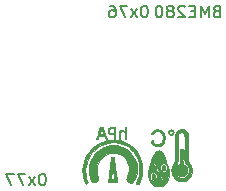
<source format=gbr>
G04 #@! TF.GenerationSoftware,KiCad,Pcbnew,(5.1.5)-3*
G04 #@! TF.CreationDate,2020-12-21T12:14:11+01:00*
G04 #@! TF.ProjectId,epimetheus_bme280_alt,6570696d-6574-4686-9575-735f626d6532,rev?*
G04 #@! TF.SameCoordinates,Original*
G04 #@! TF.FileFunction,Legend,Bot*
G04 #@! TF.FilePolarity,Positive*
%FSLAX46Y46*%
G04 Gerber Fmt 4.6, Leading zero omitted, Abs format (unit mm)*
G04 Created by KiCad (PCBNEW (5.1.5)-3) date 2020-12-21 12:14:11*
%MOMM*%
%LPD*%
G04 APERTURE LIST*
%ADD10C,0.150000*%
%ADD11C,0.010000*%
G04 APERTURE END LIST*
D10*
X165742761Y-37298380D02*
X165647523Y-37298380D01*
X165552285Y-37346000D01*
X165504666Y-37393619D01*
X165457047Y-37488857D01*
X165409428Y-37679333D01*
X165409428Y-37917428D01*
X165457047Y-38107904D01*
X165504666Y-38203142D01*
X165552285Y-38250761D01*
X165647523Y-38298380D01*
X165742761Y-38298380D01*
X165838000Y-38250761D01*
X165885619Y-38203142D01*
X165933238Y-38107904D01*
X165980857Y-37917428D01*
X165980857Y-37679333D01*
X165933238Y-37488857D01*
X165885619Y-37393619D01*
X165838000Y-37346000D01*
X165742761Y-37298380D01*
X165076095Y-38298380D02*
X164552285Y-37631714D01*
X165076095Y-37631714D02*
X164552285Y-38298380D01*
X164266571Y-37298380D02*
X163599904Y-37298380D01*
X164028476Y-38298380D01*
X163314190Y-37298380D02*
X162647523Y-37298380D01*
X163076095Y-38298380D01*
X174378761Y-23074380D02*
X174283523Y-23074380D01*
X174188285Y-23122000D01*
X174140666Y-23169619D01*
X174093047Y-23264857D01*
X174045428Y-23455333D01*
X174045428Y-23693428D01*
X174093047Y-23883904D01*
X174140666Y-23979142D01*
X174188285Y-24026761D01*
X174283523Y-24074380D01*
X174378761Y-24074380D01*
X174474000Y-24026761D01*
X174521619Y-23979142D01*
X174569238Y-23883904D01*
X174616857Y-23693428D01*
X174616857Y-23455333D01*
X174569238Y-23264857D01*
X174521619Y-23169619D01*
X174474000Y-23122000D01*
X174378761Y-23074380D01*
X173712095Y-24074380D02*
X173188285Y-23407714D01*
X173712095Y-23407714D02*
X173188285Y-24074380D01*
X172902571Y-23074380D02*
X172235904Y-23074380D01*
X172664476Y-24074380D01*
X171426380Y-23074380D02*
X171616857Y-23074380D01*
X171712095Y-23122000D01*
X171759714Y-23169619D01*
X171854952Y-23312476D01*
X171902571Y-23502952D01*
X171902571Y-23883904D01*
X171854952Y-23979142D01*
X171807333Y-24026761D01*
X171712095Y-24074380D01*
X171521619Y-24074380D01*
X171426380Y-24026761D01*
X171378761Y-23979142D01*
X171331142Y-23883904D01*
X171331142Y-23645809D01*
X171378761Y-23550571D01*
X171426380Y-23502952D01*
X171521619Y-23455333D01*
X171712095Y-23455333D01*
X171807333Y-23502952D01*
X171854952Y-23550571D01*
X171902571Y-23645809D01*
X180434952Y-23550571D02*
X180292095Y-23598190D01*
X180244476Y-23645809D01*
X180196857Y-23741047D01*
X180196857Y-23883904D01*
X180244476Y-23979142D01*
X180292095Y-24026761D01*
X180387333Y-24074380D01*
X180768285Y-24074380D01*
X180768285Y-23074380D01*
X180434952Y-23074380D01*
X180339714Y-23122000D01*
X180292095Y-23169619D01*
X180244476Y-23264857D01*
X180244476Y-23360095D01*
X180292095Y-23455333D01*
X180339714Y-23502952D01*
X180434952Y-23550571D01*
X180768285Y-23550571D01*
X179768285Y-24074380D02*
X179768285Y-23074380D01*
X179434952Y-23788666D01*
X179101619Y-23074380D01*
X179101619Y-24074380D01*
X178625428Y-23550571D02*
X178292095Y-23550571D01*
X178149238Y-24074380D02*
X178625428Y-24074380D01*
X178625428Y-23074380D01*
X178149238Y-23074380D01*
X177768285Y-23169619D02*
X177720666Y-23122000D01*
X177625428Y-23074380D01*
X177387333Y-23074380D01*
X177292095Y-23122000D01*
X177244476Y-23169619D01*
X177196857Y-23264857D01*
X177196857Y-23360095D01*
X177244476Y-23502952D01*
X177815904Y-24074380D01*
X177196857Y-24074380D01*
X176625428Y-23502952D02*
X176720666Y-23455333D01*
X176768285Y-23407714D01*
X176815904Y-23312476D01*
X176815904Y-23264857D01*
X176768285Y-23169619D01*
X176720666Y-23122000D01*
X176625428Y-23074380D01*
X176434952Y-23074380D01*
X176339714Y-23122000D01*
X176292095Y-23169619D01*
X176244476Y-23264857D01*
X176244476Y-23312476D01*
X176292095Y-23407714D01*
X176339714Y-23455333D01*
X176434952Y-23502952D01*
X176625428Y-23502952D01*
X176720666Y-23550571D01*
X176768285Y-23598190D01*
X176815904Y-23693428D01*
X176815904Y-23883904D01*
X176768285Y-23979142D01*
X176720666Y-24026761D01*
X176625428Y-24074380D01*
X176434952Y-24074380D01*
X176339714Y-24026761D01*
X176292095Y-23979142D01*
X176244476Y-23883904D01*
X176244476Y-23693428D01*
X176292095Y-23598190D01*
X176339714Y-23550571D01*
X176434952Y-23502952D01*
X175625428Y-23074380D02*
X175530190Y-23074380D01*
X175434952Y-23122000D01*
X175387333Y-23169619D01*
X175339714Y-23264857D01*
X175292095Y-23455333D01*
X175292095Y-23693428D01*
X175339714Y-23883904D01*
X175387333Y-23979142D01*
X175434952Y-24026761D01*
X175530190Y-24074380D01*
X175625428Y-24074380D01*
X175720666Y-24026761D01*
X175768285Y-23979142D01*
X175815904Y-23883904D01*
X175863523Y-23693428D01*
X175863523Y-23455333D01*
X175815904Y-23264857D01*
X175768285Y-23169619D01*
X175720666Y-23122000D01*
X175625428Y-23074380D01*
D11*
G36*
X177387278Y-35213198D02*
G01*
X177368200Y-35229799D01*
X177352297Y-35248269D01*
X177340104Y-35272136D01*
X177331132Y-35307851D01*
X177324888Y-35361867D01*
X177320884Y-35440635D01*
X177318629Y-35550607D01*
X177317631Y-35698237D01*
X177317401Y-35889974D01*
X177317400Y-35898010D01*
X177317400Y-36515420D01*
X177206925Y-36593291D01*
X177094498Y-36699343D01*
X177022829Y-36823894D01*
X176989801Y-36958851D01*
X176993301Y-37096125D01*
X177031212Y-37227623D01*
X177101421Y-37345255D01*
X177201812Y-37440930D01*
X177330270Y-37506557D01*
X177452301Y-37532030D01*
X177548653Y-37529142D01*
X177645008Y-37509409D01*
X177656359Y-37505500D01*
X177786676Y-37433094D01*
X177884212Y-37330390D01*
X177948428Y-37206347D01*
X177978782Y-37069925D01*
X177974735Y-36930084D01*
X177935746Y-36795783D01*
X177861274Y-36675984D01*
X177750781Y-36579645D01*
X177713488Y-36558185D01*
X177639676Y-36519797D01*
X177656614Y-35916675D01*
X177661804Y-35726163D01*
X177665067Y-35579716D01*
X177666043Y-35470624D01*
X177664373Y-35392176D01*
X177659697Y-35337663D01*
X177651653Y-35300373D01*
X177639883Y-35273596D01*
X177624026Y-35250622D01*
X177620633Y-35246276D01*
X177549967Y-35191999D01*
X177466981Y-35180634D01*
X177387278Y-35213198D01*
G37*
X177387278Y-35213198D02*
X177368200Y-35229799D01*
X177352297Y-35248269D01*
X177340104Y-35272136D01*
X177331132Y-35307851D01*
X177324888Y-35361867D01*
X177320884Y-35440635D01*
X177318629Y-35550607D01*
X177317631Y-35698237D01*
X177317401Y-35889974D01*
X177317400Y-35898010D01*
X177317400Y-36515420D01*
X177206925Y-36593291D01*
X177094498Y-36699343D01*
X177022829Y-36823894D01*
X176989801Y-36958851D01*
X176993301Y-37096125D01*
X177031212Y-37227623D01*
X177101421Y-37345255D01*
X177201812Y-37440930D01*
X177330270Y-37506557D01*
X177452301Y-37532030D01*
X177548653Y-37529142D01*
X177645008Y-37509409D01*
X177656359Y-37505500D01*
X177786676Y-37433094D01*
X177884212Y-37330390D01*
X177948428Y-37206347D01*
X177978782Y-37069925D01*
X177974735Y-36930084D01*
X177935746Y-36795783D01*
X177861274Y-36675984D01*
X177750781Y-36579645D01*
X177713488Y-36558185D01*
X177639676Y-36519797D01*
X177656614Y-35916675D01*
X177661804Y-35726163D01*
X177665067Y-35579716D01*
X177666043Y-35470624D01*
X177664373Y-35392176D01*
X177659697Y-35337663D01*
X177651653Y-35300373D01*
X177639883Y-35273596D01*
X177624026Y-35250622D01*
X177620633Y-35246276D01*
X177549967Y-35191999D01*
X177466981Y-35180634D01*
X177387278Y-35213198D01*
G36*
X175907637Y-36589873D02*
G01*
X175867696Y-36635651D01*
X175847912Y-36719571D01*
X175844200Y-36804600D01*
X175849212Y-36890274D01*
X175861948Y-36960990D01*
X175870494Y-36984069D01*
X175916619Y-37023499D01*
X175982054Y-37030430D01*
X176046248Y-37003852D01*
X176058286Y-36993285D01*
X176087658Y-36930917D01*
X176098170Y-36821465D01*
X176098200Y-36813815D01*
X176091213Y-36697127D01*
X176067910Y-36623029D01*
X176024785Y-36584952D01*
X175971200Y-36576000D01*
X175907637Y-36589873D01*
G37*
X175907637Y-36589873D02*
X175867696Y-36635651D01*
X175847912Y-36719571D01*
X175844200Y-36804600D01*
X175849212Y-36890274D01*
X175861948Y-36960990D01*
X175870494Y-36984069D01*
X175916619Y-37023499D01*
X175982054Y-37030430D01*
X176046248Y-37003852D01*
X176058286Y-36993285D01*
X176087658Y-36930917D01*
X176098170Y-36821465D01*
X176098200Y-36813815D01*
X176091213Y-36697127D01*
X176067910Y-36623029D01*
X176024785Y-36584952D01*
X175971200Y-36576000D01*
X175907637Y-36589873D01*
G36*
X175035334Y-37302773D02*
G01*
X174997237Y-37333650D01*
X174971430Y-37389779D01*
X174957270Y-37475612D01*
X174955624Y-37571206D01*
X174967361Y-37656623D01*
X174981494Y-37695269D01*
X175026322Y-37732251D01*
X175092879Y-37744367D01*
X175157405Y-37729373D01*
X175178721Y-37713920D01*
X175198965Y-37666537D01*
X175208811Y-37587671D01*
X175208701Y-37495468D01*
X175199077Y-37408072D01*
X175180383Y-37343632D01*
X175169286Y-37327114D01*
X175103542Y-37290549D01*
X175035334Y-37302773D01*
G37*
X175035334Y-37302773D02*
X174997237Y-37333650D01*
X174971430Y-37389779D01*
X174957270Y-37475612D01*
X174955624Y-37571206D01*
X174967361Y-37656623D01*
X174981494Y-37695269D01*
X175026322Y-37732251D01*
X175092879Y-37744367D01*
X175157405Y-37729373D01*
X175178721Y-37713920D01*
X175198965Y-37666537D01*
X175208811Y-37587671D01*
X175208701Y-37495468D01*
X175199077Y-37408072D01*
X175180383Y-37343632D01*
X175169286Y-37327114D01*
X175103542Y-37290549D01*
X175035334Y-37302773D01*
G36*
X176488186Y-33571571D02*
G01*
X176398361Y-33624908D01*
X176341388Y-33705980D01*
X176319980Y-33801727D01*
X176336854Y-33899089D01*
X176394722Y-33985005D01*
X176401047Y-33990854D01*
X176495515Y-34048321D01*
X176595585Y-34055552D01*
X176688112Y-34021806D01*
X176765629Y-33956742D01*
X176804190Y-33874941D01*
X176807816Y-33793694D01*
X176725403Y-33793694D01*
X176713816Y-33866191D01*
X176666339Y-33929711D01*
X176631179Y-33952535D01*
X176575889Y-33977869D01*
X176538575Y-33978785D01*
X176495323Y-33952320D01*
X176469926Y-33932556D01*
X176415618Y-33864512D01*
X176403782Y-33790088D01*
X176429789Y-33721937D01*
X176489011Y-33672711D01*
X176571452Y-33655000D01*
X176651558Y-33674832D01*
X176703762Y-33725486D01*
X176725403Y-33793694D01*
X176807816Y-33793694D01*
X176808151Y-33786211D01*
X176781868Y-33700362D01*
X176729697Y-33627203D01*
X176655992Y-33576544D01*
X176565111Y-33558193D01*
X176488186Y-33571571D01*
G37*
X176488186Y-33571571D02*
X176398361Y-33624908D01*
X176341388Y-33705980D01*
X176319980Y-33801727D01*
X176336854Y-33899089D01*
X176394722Y-33985005D01*
X176401047Y-33990854D01*
X176495515Y-34048321D01*
X176595585Y-34055552D01*
X176688112Y-34021806D01*
X176765629Y-33956742D01*
X176804190Y-33874941D01*
X176807816Y-33793694D01*
X176725403Y-33793694D01*
X176713816Y-33866191D01*
X176666339Y-33929711D01*
X176631179Y-33952535D01*
X176575889Y-33977869D01*
X176538575Y-33978785D01*
X176495323Y-33952320D01*
X176469926Y-33932556D01*
X176415618Y-33864512D01*
X176403782Y-33790088D01*
X176429789Y-33721937D01*
X176489011Y-33672711D01*
X176571452Y-33655000D01*
X176651558Y-33674832D01*
X176703762Y-33725486D01*
X176725403Y-33793694D01*
X176807816Y-33793694D01*
X176808151Y-33786211D01*
X176781868Y-33700362D01*
X176729697Y-33627203D01*
X176655992Y-33576544D01*
X176565111Y-33558193D01*
X176488186Y-33571571D01*
G36*
X170438088Y-33852129D02*
G01*
X170383903Y-34002512D01*
X170336147Y-34136688D01*
X170297377Y-34247341D01*
X170270146Y-34327156D01*
X170257011Y-34368820D01*
X170256200Y-34372829D01*
X170277818Y-34387364D01*
X170314776Y-34391600D01*
X170351238Y-34383209D01*
X170380685Y-34350969D01*
X170411151Y-34284279D01*
X170425433Y-34245550D01*
X170477515Y-34099500D01*
X170934535Y-34084992D01*
X170990432Y-34238296D01*
X171024425Y-34323553D01*
X171053010Y-34370363D01*
X171084226Y-34389267D01*
X171107338Y-34391600D01*
X171145366Y-34388762D01*
X171156377Y-34371106D01*
X171144224Y-34324918D01*
X171134087Y-34296350D01*
X171109839Y-34229532D01*
X171074056Y-34131681D01*
X171030330Y-34012538D01*
X171016346Y-33974523D01*
X170891200Y-33974523D01*
X170867874Y-33979631D01*
X170806179Y-33983408D01*
X170718543Y-33985154D01*
X170701071Y-33985200D01*
X170510942Y-33985200D01*
X170557846Y-33864550D01*
X170594718Y-33765448D01*
X170633882Y-33653939D01*
X170649175Y-33608268D01*
X170676252Y-33538725D01*
X170700654Y-33498209D01*
X170713848Y-33493968D01*
X170728596Y-33523499D01*
X170754967Y-33587893D01*
X170788096Y-33673963D01*
X170823115Y-33768524D01*
X170855159Y-33858390D01*
X170879361Y-33930374D01*
X170890855Y-33971290D01*
X170891200Y-33974523D01*
X171016346Y-33974523D01*
X170982252Y-33881847D01*
X170933414Y-33749350D01*
X170887407Y-33624789D01*
X170847823Y-33517907D01*
X170818252Y-33438447D01*
X170802286Y-33396151D01*
X170801698Y-33394650D01*
X170760867Y-33358511D01*
X170702070Y-33350200D01*
X170619975Y-33350200D01*
X170438088Y-33852129D01*
G37*
X170438088Y-33852129D02*
X170383903Y-34002512D01*
X170336147Y-34136688D01*
X170297377Y-34247341D01*
X170270146Y-34327156D01*
X170257011Y-34368820D01*
X170256200Y-34372829D01*
X170277818Y-34387364D01*
X170314776Y-34391600D01*
X170351238Y-34383209D01*
X170380685Y-34350969D01*
X170411151Y-34284279D01*
X170425433Y-34245550D01*
X170477515Y-34099500D01*
X170934535Y-34084992D01*
X170990432Y-34238296D01*
X171024425Y-34323553D01*
X171053010Y-34370363D01*
X171084226Y-34389267D01*
X171107338Y-34391600D01*
X171145366Y-34388762D01*
X171156377Y-34371106D01*
X171144224Y-34324918D01*
X171134087Y-34296350D01*
X171109839Y-34229532D01*
X171074056Y-34131681D01*
X171030330Y-34012538D01*
X171016346Y-33974523D01*
X170891200Y-33974523D01*
X170867874Y-33979631D01*
X170806179Y-33983408D01*
X170718543Y-33985154D01*
X170701071Y-33985200D01*
X170510942Y-33985200D01*
X170557846Y-33864550D01*
X170594718Y-33765448D01*
X170633882Y-33653939D01*
X170649175Y-33608268D01*
X170676252Y-33538725D01*
X170700654Y-33498209D01*
X170713848Y-33493968D01*
X170728596Y-33523499D01*
X170754967Y-33587893D01*
X170788096Y-33673963D01*
X170823115Y-33768524D01*
X170855159Y-33858390D01*
X170879361Y-33930374D01*
X170890855Y-33971290D01*
X170891200Y-33974523D01*
X171016346Y-33974523D01*
X170982252Y-33881847D01*
X170933414Y-33749350D01*
X170887407Y-33624789D01*
X170847823Y-33517907D01*
X170818252Y-33438447D01*
X170802286Y-33396151D01*
X170801698Y-33394650D01*
X170760867Y-33358511D01*
X170702070Y-33350200D01*
X170619975Y-33350200D01*
X170438088Y-33852129D01*
G36*
X171658001Y-33355914D02*
G01*
X171492162Y-33373249D01*
X171370743Y-33405898D01*
X171288779Y-33457274D01*
X171241302Y-33530790D01*
X171223348Y-33629860D01*
X171222865Y-33655000D01*
X171241493Y-33787417D01*
X171296988Y-33885532D01*
X171390084Y-33949997D01*
X171521519Y-33981460D01*
X171596050Y-33985032D01*
X171754800Y-33985200D01*
X171754800Y-34188400D01*
X171755477Y-34289178D01*
X171759667Y-34349523D01*
X171770608Y-34379797D01*
X171791539Y-34390367D01*
X171818300Y-34391600D01*
X171881800Y-34391600D01*
X171881800Y-33883600D01*
X171754800Y-33883600D01*
X171618526Y-33883600D01*
X171512716Y-33875079D01*
X171437531Y-33846451D01*
X171415326Y-33830956D01*
X171364299Y-33761281D01*
X171346257Y-33669533D01*
X171363982Y-33574490D01*
X171374099Y-33552841D01*
X171420104Y-33511477D01*
X171501403Y-33477592D01*
X171602540Y-33456415D01*
X171672250Y-33451941D01*
X171754800Y-33451800D01*
X171754800Y-33883600D01*
X171881800Y-33883600D01*
X171881800Y-33343153D01*
X171658001Y-33355914D01*
G37*
X171658001Y-33355914D02*
X171492162Y-33373249D01*
X171370743Y-33405898D01*
X171288779Y-33457274D01*
X171241302Y-33530790D01*
X171223348Y-33629860D01*
X171222865Y-33655000D01*
X171241493Y-33787417D01*
X171296988Y-33885532D01*
X171390084Y-33949997D01*
X171521519Y-33981460D01*
X171596050Y-33985032D01*
X171754800Y-33985200D01*
X171754800Y-34188400D01*
X171755477Y-34289178D01*
X171759667Y-34349523D01*
X171770608Y-34379797D01*
X171791539Y-34390367D01*
X171818300Y-34391600D01*
X171881800Y-34391600D01*
X171881800Y-33883600D01*
X171754800Y-33883600D01*
X171618526Y-33883600D01*
X171512716Y-33875079D01*
X171437531Y-33846451D01*
X171415326Y-33830956D01*
X171364299Y-33761281D01*
X171346257Y-33669533D01*
X171363982Y-33574490D01*
X171374099Y-33552841D01*
X171420104Y-33511477D01*
X171501403Y-33477592D01*
X171602540Y-33456415D01*
X171672250Y-33451941D01*
X171754800Y-33451800D01*
X171754800Y-33883600D01*
X171881800Y-33883600D01*
X171881800Y-33343153D01*
X171658001Y-33355914D01*
G36*
X172700377Y-33327180D02*
G01*
X172681442Y-33341463D01*
X172672319Y-33378358D01*
X172669430Y-33448578D01*
X172669200Y-33514926D01*
X172669200Y-33705053D01*
X172586650Y-33654721D01*
X172501118Y-33620284D01*
X172403338Y-33606287D01*
X172313640Y-33613851D01*
X172260599Y-33636757D01*
X172220112Y-33676386D01*
X172191946Y-33728657D01*
X172174091Y-33802636D01*
X172164537Y-33907391D01*
X172161275Y-34051985D01*
X172161200Y-34085130D01*
X172161694Y-34214205D01*
X172164102Y-34300879D01*
X172169817Y-34353548D01*
X172180230Y-34380607D01*
X172196732Y-34390453D01*
X172212000Y-34391600D01*
X172235862Y-34387873D01*
X172250811Y-34370332D01*
X172258908Y-34329436D01*
X172262216Y-34255645D01*
X172262800Y-34156482D01*
X172268860Y-33977918D01*
X172288484Y-33846082D01*
X172323843Y-33758195D01*
X172377106Y-33711479D01*
X172450445Y-33703157D01*
X172546028Y-33730450D01*
X172582812Y-33746794D01*
X172669200Y-33787788D01*
X172669200Y-34391600D01*
X172796200Y-34391600D01*
X172796200Y-33324800D01*
X172732700Y-33324800D01*
X172700377Y-33327180D01*
G37*
X172700377Y-33327180D02*
X172681442Y-33341463D01*
X172672319Y-33378358D01*
X172669430Y-33448578D01*
X172669200Y-33514926D01*
X172669200Y-33705053D01*
X172586650Y-33654721D01*
X172501118Y-33620284D01*
X172403338Y-33606287D01*
X172313640Y-33613851D01*
X172260599Y-33636757D01*
X172220112Y-33676386D01*
X172191946Y-33728657D01*
X172174091Y-33802636D01*
X172164537Y-33907391D01*
X172161275Y-34051985D01*
X172161200Y-34085130D01*
X172161694Y-34214205D01*
X172164102Y-34300879D01*
X172169817Y-34353548D01*
X172180230Y-34380607D01*
X172196732Y-34390453D01*
X172212000Y-34391600D01*
X172235862Y-34387873D01*
X172250811Y-34370332D01*
X172258908Y-34329436D01*
X172262216Y-34255645D01*
X172262800Y-34156482D01*
X172268860Y-33977918D01*
X172288484Y-33846082D01*
X172323843Y-33758195D01*
X172377106Y-33711479D01*
X172450445Y-33703157D01*
X172546028Y-33730450D01*
X172582812Y-33746794D01*
X172669200Y-33787788D01*
X172669200Y-34391600D01*
X172796200Y-34391600D01*
X172796200Y-33324800D01*
X172732700Y-33324800D01*
X172700377Y-33327180D01*
G36*
X175272700Y-33581435D02*
G01*
X175131654Y-33643679D01*
X175016612Y-33742118D01*
X174955155Y-33832889D01*
X174924855Y-33899029D01*
X174925389Y-33935395D01*
X174962536Y-33956403D01*
X175009646Y-33968793D01*
X175061333Y-33972898D01*
X175085963Y-33944923D01*
X175091263Y-33927151D01*
X175118528Y-33873201D01*
X175168469Y-33810276D01*
X175184535Y-33793996D01*
X175230580Y-33754155D01*
X175275303Y-33731468D01*
X175335163Y-33721178D01*
X175426615Y-33718532D01*
X175445818Y-33718500D01*
X175589793Y-33729913D01*
X175697189Y-33767614D01*
X175777641Y-33836797D01*
X175833659Y-33927549D01*
X175865571Y-34026498D01*
X175885252Y-34155481D01*
X175891450Y-34294931D01*
X175882911Y-34425282D01*
X175869817Y-34492395D01*
X175812398Y-34616844D01*
X175719658Y-34717343D01*
X175602593Y-34786756D01*
X175472195Y-34817949D01*
X175376208Y-34812733D01*
X175274012Y-34772185D01*
X175176676Y-34697767D01*
X175101903Y-34604761D01*
X175078377Y-34555690D01*
X175052394Y-34498717D01*
X175021786Y-34479834D01*
X174982112Y-34484742D01*
X174917623Y-34503829D01*
X174894078Y-34529820D01*
X174903895Y-34578305D01*
X174918675Y-34615208D01*
X175002940Y-34755973D01*
X175120691Y-34860127D01*
X175267565Y-34924943D01*
X175439198Y-34947694D01*
X175450500Y-34947658D01*
X175546835Y-34943151D01*
X175633122Y-34933274D01*
X175674402Y-34924571D01*
X175798464Y-34862081D01*
X175903290Y-34759893D01*
X175985512Y-34626569D01*
X176041762Y-34470670D01*
X176068673Y-34300755D01*
X176062877Y-34125387D01*
X176037131Y-34002500D01*
X175966916Y-33845452D01*
X175860619Y-33718393D01*
X175725953Y-33625572D01*
X175570631Y-33571238D01*
X175402366Y-33559639D01*
X175272700Y-33581435D01*
G37*
X175272700Y-33581435D02*
X175131654Y-33643679D01*
X175016612Y-33742118D01*
X174955155Y-33832889D01*
X174924855Y-33899029D01*
X174925389Y-33935395D01*
X174962536Y-33956403D01*
X175009646Y-33968793D01*
X175061333Y-33972898D01*
X175085963Y-33944923D01*
X175091263Y-33927151D01*
X175118528Y-33873201D01*
X175168469Y-33810276D01*
X175184535Y-33793996D01*
X175230580Y-33754155D01*
X175275303Y-33731468D01*
X175335163Y-33721178D01*
X175426615Y-33718532D01*
X175445818Y-33718500D01*
X175589793Y-33729913D01*
X175697189Y-33767614D01*
X175777641Y-33836797D01*
X175833659Y-33927549D01*
X175865571Y-34026498D01*
X175885252Y-34155481D01*
X175891450Y-34294931D01*
X175882911Y-34425282D01*
X175869817Y-34492395D01*
X175812398Y-34616844D01*
X175719658Y-34717343D01*
X175602593Y-34786756D01*
X175472195Y-34817949D01*
X175376208Y-34812733D01*
X175274012Y-34772185D01*
X175176676Y-34697767D01*
X175101903Y-34604761D01*
X175078377Y-34555690D01*
X175052394Y-34498717D01*
X175021786Y-34479834D01*
X174982112Y-34484742D01*
X174917623Y-34503829D01*
X174894078Y-34529820D01*
X174903895Y-34578305D01*
X174918675Y-34615208D01*
X175002940Y-34755973D01*
X175120691Y-34860127D01*
X175267565Y-34924943D01*
X175439198Y-34947694D01*
X175450500Y-34947658D01*
X175546835Y-34943151D01*
X175633122Y-34933274D01*
X175674402Y-34924571D01*
X175798464Y-34862081D01*
X175903290Y-34759893D01*
X175985512Y-34626569D01*
X176041762Y-34470670D01*
X176068673Y-34300755D01*
X176062877Y-34125387D01*
X176037131Y-34002500D01*
X175966916Y-33845452D01*
X175860619Y-33718393D01*
X175725953Y-33625572D01*
X175570631Y-33571238D01*
X175402366Y-33559639D01*
X175272700Y-33581435D01*
G36*
X177367449Y-33546036D02*
G01*
X177229617Y-33600958D01*
X177116754Y-33685631D01*
X177078562Y-33722956D01*
X177046728Y-33756821D01*
X177020592Y-33792050D01*
X176999497Y-33833466D01*
X176982785Y-33885892D01*
X176969797Y-33954151D01*
X176959874Y-34043066D01*
X176952360Y-34157460D01*
X176946594Y-34302156D01*
X176941920Y-34481977D01*
X176937678Y-34701747D01*
X176933210Y-34966287D01*
X176931992Y-35039300D01*
X176927754Y-35275479D01*
X176923212Y-35498111D01*
X176918523Y-35701594D01*
X176913838Y-35880326D01*
X176909311Y-36028704D01*
X176905098Y-36141128D01*
X176901350Y-36211993D01*
X176899240Y-36233100D01*
X176882083Y-36286939D01*
X176846742Y-36372603D01*
X176798851Y-36477045D01*
X176758399Y-36559237D01*
X176700798Y-36676005D01*
X176663673Y-36762543D01*
X176642672Y-36832940D01*
X176633442Y-36901285D01*
X176631600Y-36969724D01*
X176653179Y-37183624D01*
X176714713Y-37386916D01*
X176811398Y-37571521D01*
X176938429Y-37729361D01*
X177091001Y-37852356D01*
X177186882Y-37903478D01*
X177312002Y-37941975D01*
X177459016Y-37961989D01*
X177606038Y-37962129D01*
X177731182Y-37941009D01*
X177739134Y-37938510D01*
X177914046Y-37855373D01*
X178065756Y-37731583D01*
X178190142Y-37573570D01*
X178283078Y-37387763D01*
X178340440Y-37180593D01*
X178357786Y-36978684D01*
X178104800Y-36978684D01*
X178104800Y-36979842D01*
X178084551Y-37171394D01*
X178026671Y-37345546D01*
X177935464Y-37494329D01*
X177815231Y-37609776D01*
X177740049Y-37655303D01*
X177599408Y-37707016D01*
X177462640Y-37714931D01*
X177339205Y-37689521D01*
X177202132Y-37623069D01*
X177083195Y-37515706D01*
X176988119Y-37375781D01*
X176922629Y-37211643D01*
X176892874Y-37038566D01*
X176889082Y-36961025D01*
X176892115Y-36899820D01*
X176905790Y-36841235D01*
X176933921Y-36771555D01*
X176980325Y-36677065D01*
X177008951Y-36621310D01*
X177063734Y-36507763D01*
X177109930Y-36398444D01*
X177141525Y-36308340D01*
X177151599Y-36265710D01*
X177155270Y-36217554D01*
X177159470Y-36124472D01*
X177164038Y-35992331D01*
X177168810Y-35827001D01*
X177173624Y-35634349D01*
X177178319Y-35420245D01*
X177182731Y-35190557D01*
X177185034Y-35056375D01*
X177203100Y-33955851D01*
X177297977Y-33868925D01*
X177399937Y-33800992D01*
X177502100Y-33781515D01*
X177599969Y-33811129D01*
X177619232Y-33823419D01*
X177649062Y-33845880D01*
X177673944Y-33870829D01*
X177694325Y-33902809D01*
X177710654Y-33946363D01*
X177723379Y-34006036D01*
X177732948Y-34086370D01*
X177739810Y-34191910D01*
X177744412Y-34327199D01*
X177747203Y-34496780D01*
X177748631Y-34705198D01*
X177749145Y-34956994D01*
X177749200Y-35140899D01*
X177749174Y-35417188D01*
X177749537Y-35647754D01*
X177750955Y-35837671D01*
X177754092Y-35992015D01*
X177759612Y-36115861D01*
X177768182Y-36214286D01*
X177780465Y-36292365D01*
X177797127Y-36355173D01*
X177818831Y-36407785D01*
X177846243Y-36455278D01*
X177880027Y-36502726D01*
X177920849Y-36555205D01*
X177937155Y-36576000D01*
X178013267Y-36676493D01*
X178062165Y-36752743D01*
X178089773Y-36819016D01*
X178102011Y-36889575D01*
X178104800Y-36978684D01*
X178357786Y-36978684D01*
X178358243Y-36973374D01*
X178349824Y-36839350D01*
X178321677Y-36721878D01*
X178268104Y-36606673D01*
X178183409Y-36479450D01*
X178137205Y-36419019D01*
X178015900Y-36264662D01*
X177990500Y-33921700D01*
X177927000Y-33809670D01*
X177867205Y-33723800D01*
X177793759Y-33643377D01*
X177769250Y-33621888D01*
X177648282Y-33555424D01*
X177510676Y-33530499D01*
X177367449Y-33546036D01*
G37*
X177367449Y-33546036D02*
X177229617Y-33600958D01*
X177116754Y-33685631D01*
X177078562Y-33722956D01*
X177046728Y-33756821D01*
X177020592Y-33792050D01*
X176999497Y-33833466D01*
X176982785Y-33885892D01*
X176969797Y-33954151D01*
X176959874Y-34043066D01*
X176952360Y-34157460D01*
X176946594Y-34302156D01*
X176941920Y-34481977D01*
X176937678Y-34701747D01*
X176933210Y-34966287D01*
X176931992Y-35039300D01*
X176927754Y-35275479D01*
X176923212Y-35498111D01*
X176918523Y-35701594D01*
X176913838Y-35880326D01*
X176909311Y-36028704D01*
X176905098Y-36141128D01*
X176901350Y-36211993D01*
X176899240Y-36233100D01*
X176882083Y-36286939D01*
X176846742Y-36372603D01*
X176798851Y-36477045D01*
X176758399Y-36559237D01*
X176700798Y-36676005D01*
X176663673Y-36762543D01*
X176642672Y-36832940D01*
X176633442Y-36901285D01*
X176631600Y-36969724D01*
X176653179Y-37183624D01*
X176714713Y-37386916D01*
X176811398Y-37571521D01*
X176938429Y-37729361D01*
X177091001Y-37852356D01*
X177186882Y-37903478D01*
X177312002Y-37941975D01*
X177459016Y-37961989D01*
X177606038Y-37962129D01*
X177731182Y-37941009D01*
X177739134Y-37938510D01*
X177914046Y-37855373D01*
X178065756Y-37731583D01*
X178190142Y-37573570D01*
X178283078Y-37387763D01*
X178340440Y-37180593D01*
X178357786Y-36978684D01*
X178104800Y-36978684D01*
X178104800Y-36979842D01*
X178084551Y-37171394D01*
X178026671Y-37345546D01*
X177935464Y-37494329D01*
X177815231Y-37609776D01*
X177740049Y-37655303D01*
X177599408Y-37707016D01*
X177462640Y-37714931D01*
X177339205Y-37689521D01*
X177202132Y-37623069D01*
X177083195Y-37515706D01*
X176988119Y-37375781D01*
X176922629Y-37211643D01*
X176892874Y-37038566D01*
X176889082Y-36961025D01*
X176892115Y-36899820D01*
X176905790Y-36841235D01*
X176933921Y-36771555D01*
X176980325Y-36677065D01*
X177008951Y-36621310D01*
X177063734Y-36507763D01*
X177109930Y-36398444D01*
X177141525Y-36308340D01*
X177151599Y-36265710D01*
X177155270Y-36217554D01*
X177159470Y-36124472D01*
X177164038Y-35992331D01*
X177168810Y-35827001D01*
X177173624Y-35634349D01*
X177178319Y-35420245D01*
X177182731Y-35190557D01*
X177185034Y-35056375D01*
X177203100Y-33955851D01*
X177297977Y-33868925D01*
X177399937Y-33800992D01*
X177502100Y-33781515D01*
X177599969Y-33811129D01*
X177619232Y-33823419D01*
X177649062Y-33845880D01*
X177673944Y-33870829D01*
X177694325Y-33902809D01*
X177710654Y-33946363D01*
X177723379Y-34006036D01*
X177732948Y-34086370D01*
X177739810Y-34191910D01*
X177744412Y-34327199D01*
X177747203Y-34496780D01*
X177748631Y-34705198D01*
X177749145Y-34956994D01*
X177749200Y-35140899D01*
X177749174Y-35417188D01*
X177749537Y-35647754D01*
X177750955Y-35837671D01*
X177754092Y-35992015D01*
X177759612Y-36115861D01*
X177768182Y-36214286D01*
X177780465Y-36292365D01*
X177797127Y-36355173D01*
X177818831Y-36407785D01*
X177846243Y-36455278D01*
X177880027Y-36502726D01*
X177920849Y-36555205D01*
X177937155Y-36576000D01*
X178013267Y-36676493D01*
X178062165Y-36752743D01*
X178089773Y-36819016D01*
X178102011Y-36889575D01*
X178104800Y-36978684D01*
X178357786Y-36978684D01*
X178358243Y-36973374D01*
X178349824Y-36839350D01*
X178321677Y-36721878D01*
X178268104Y-36606673D01*
X178183409Y-36479450D01*
X178137205Y-36419019D01*
X178015900Y-36264662D01*
X177990500Y-33921700D01*
X177927000Y-33809670D01*
X177867205Y-33723800D01*
X177793759Y-33643377D01*
X177769250Y-33621888D01*
X177648282Y-33555424D01*
X177510676Y-33530499D01*
X177367449Y-33546036D01*
G36*
X171559542Y-35871017D02*
G01*
X171528080Y-35890997D01*
X171526200Y-35900708D01*
X171523067Y-35933117D01*
X171514130Y-36010273D01*
X171500085Y-36126540D01*
X171481629Y-36276284D01*
X171459457Y-36453869D01*
X171434266Y-36653658D01*
X171406751Y-36870018D01*
X171399200Y-36929084D01*
X171371143Y-37149609D01*
X171345235Y-37355687D01*
X171322174Y-37541568D01*
X171302661Y-37701506D01*
X171287396Y-37829753D01*
X171277077Y-37920559D01*
X171272404Y-37968178D01*
X171272200Y-37972676D01*
X171274616Y-37992249D01*
X171286875Y-38006066D01*
X171316493Y-38015124D01*
X171370988Y-38020425D01*
X171457876Y-38022968D01*
X171584674Y-38023753D01*
X171656524Y-38023800D01*
X172040847Y-38023800D01*
X172028321Y-37941250D01*
X172022165Y-37898278D01*
X172009951Y-37810935D01*
X172003449Y-37764074D01*
X171796602Y-37764074D01*
X171786431Y-37784940D01*
X171749986Y-37793471D01*
X171676286Y-37795188D01*
X171652566Y-37795200D01*
X171572376Y-37791921D01*
X171517372Y-37783403D01*
X171500800Y-37773633D01*
X171503991Y-37742773D01*
X171512873Y-37669748D01*
X171526409Y-37562746D01*
X171543562Y-37429954D01*
X171563298Y-37279562D01*
X171564300Y-37271983D01*
X171584196Y-37119739D01*
X171601540Y-36983543D01*
X171615287Y-36871902D01*
X171624387Y-36793323D01*
X171627796Y-36756314D01*
X171627800Y-36755916D01*
X171634788Y-36731093D01*
X171640885Y-36733018D01*
X171648363Y-36761214D01*
X171661137Y-36831535D01*
X171677878Y-36935739D01*
X171697258Y-37065583D01*
X171716302Y-37200801D01*
X171737206Y-37351991D01*
X171756613Y-37489971D01*
X171773144Y-37605103D01*
X171785416Y-37687753D01*
X171791483Y-37725350D01*
X171796602Y-37764074D01*
X172003449Y-37764074D01*
X171992501Y-37685179D01*
X171970640Y-37526973D01*
X171945191Y-37342274D01*
X171916976Y-37137044D01*
X171886819Y-36917243D01*
X171879214Y-36861750D01*
X171742634Y-35864800D01*
X171634417Y-35864800D01*
X171559542Y-35871017D01*
G37*
X171559542Y-35871017D02*
X171528080Y-35890997D01*
X171526200Y-35900708D01*
X171523067Y-35933117D01*
X171514130Y-36010273D01*
X171500085Y-36126540D01*
X171481629Y-36276284D01*
X171459457Y-36453869D01*
X171434266Y-36653658D01*
X171406751Y-36870018D01*
X171399200Y-36929084D01*
X171371143Y-37149609D01*
X171345235Y-37355687D01*
X171322174Y-37541568D01*
X171302661Y-37701506D01*
X171287396Y-37829753D01*
X171277077Y-37920559D01*
X171272404Y-37968178D01*
X171272200Y-37972676D01*
X171274616Y-37992249D01*
X171286875Y-38006066D01*
X171316493Y-38015124D01*
X171370988Y-38020425D01*
X171457876Y-38022968D01*
X171584674Y-38023753D01*
X171656524Y-38023800D01*
X172040847Y-38023800D01*
X172028321Y-37941250D01*
X172022165Y-37898278D01*
X172009951Y-37810935D01*
X172003449Y-37764074D01*
X171796602Y-37764074D01*
X171786431Y-37784940D01*
X171749986Y-37793471D01*
X171676286Y-37795188D01*
X171652566Y-37795200D01*
X171572376Y-37791921D01*
X171517372Y-37783403D01*
X171500800Y-37773633D01*
X171503991Y-37742773D01*
X171512873Y-37669748D01*
X171526409Y-37562746D01*
X171543562Y-37429954D01*
X171563298Y-37279562D01*
X171564300Y-37271983D01*
X171584196Y-37119739D01*
X171601540Y-36983543D01*
X171615287Y-36871902D01*
X171624387Y-36793323D01*
X171627796Y-36756314D01*
X171627800Y-36755916D01*
X171634788Y-36731093D01*
X171640885Y-36733018D01*
X171648363Y-36761214D01*
X171661137Y-36831535D01*
X171677878Y-36935739D01*
X171697258Y-37065583D01*
X171716302Y-37200801D01*
X171737206Y-37351991D01*
X171756613Y-37489971D01*
X171773144Y-37605103D01*
X171785416Y-37687753D01*
X171791483Y-37725350D01*
X171796602Y-37764074D01*
X172003449Y-37764074D01*
X171992501Y-37685179D01*
X171970640Y-37526973D01*
X171945191Y-37342274D01*
X171916976Y-37137044D01*
X171886819Y-36917243D01*
X171879214Y-36861750D01*
X171742634Y-35864800D01*
X171634417Y-35864800D01*
X171559542Y-35871017D01*
G36*
X171424112Y-34906112D02*
G01*
X171262642Y-34933888D01*
X170948108Y-35035883D01*
X170659418Y-35181096D01*
X170398639Y-35367854D01*
X170167838Y-35594484D01*
X169969081Y-35859311D01*
X169840655Y-36085246D01*
X169723825Y-36374078D01*
X169651547Y-36679941D01*
X169624360Y-36994499D01*
X169642802Y-37309416D01*
X169707413Y-37616355D01*
X169735903Y-37705704D01*
X169794316Y-37842873D01*
X169862103Y-37936121D01*
X169945421Y-37992227D01*
X170014834Y-38012763D01*
X170133507Y-38017859D01*
X170236158Y-37981076D01*
X170323738Y-37910542D01*
X170380291Y-37835114D01*
X170406777Y-37746560D01*
X170403772Y-37636130D01*
X170371855Y-37495078D01*
X170354844Y-37439600D01*
X170318013Y-37274894D01*
X170300856Y-37084345D01*
X170303668Y-36888925D01*
X170326746Y-36709608D01*
X170343579Y-36640584D01*
X170441634Y-36386222D01*
X170577186Y-36159177D01*
X170745600Y-35963096D01*
X170942238Y-35801630D01*
X171162466Y-35678425D01*
X171401647Y-35597129D01*
X171655146Y-35561392D01*
X171716701Y-35560000D01*
X171969990Y-35584157D01*
X172207166Y-35654274D01*
X172423571Y-35766818D01*
X172614544Y-35918258D01*
X172775424Y-36105059D01*
X172901553Y-36323690D01*
X172972108Y-36511674D01*
X173009208Y-36691620D01*
X173023118Y-36890499D01*
X173014211Y-37090210D01*
X172982860Y-37272655D01*
X172954551Y-37363400D01*
X172900503Y-37504385D01*
X172862129Y-37606258D01*
X172837550Y-37677580D01*
X172824885Y-37726910D01*
X172822254Y-37762805D01*
X172827777Y-37793826D01*
X172839573Y-37828532D01*
X172847498Y-37850694D01*
X172909113Y-37957537D01*
X173001613Y-38032407D01*
X173113410Y-38071197D01*
X173232912Y-38069798D01*
X173344226Y-38026768D01*
X173409451Y-37966272D01*
X173472439Y-37871089D01*
X173489039Y-37838283D01*
X173609216Y-37528443D01*
X173680575Y-37212979D01*
X173703463Y-36896138D01*
X173678226Y-36582164D01*
X173605209Y-36275301D01*
X173484760Y-35979795D01*
X173317223Y-35699890D01*
X173314313Y-35695775D01*
X173141417Y-35491105D01*
X172929990Y-35305202D01*
X172691046Y-35145608D01*
X172435598Y-35019863D01*
X172220895Y-34947126D01*
X172043861Y-34912990D01*
X171839241Y-34894598D01*
X171626252Y-34892217D01*
X171424112Y-34906112D01*
G37*
X171424112Y-34906112D02*
X171262642Y-34933888D01*
X170948108Y-35035883D01*
X170659418Y-35181096D01*
X170398639Y-35367854D01*
X170167838Y-35594484D01*
X169969081Y-35859311D01*
X169840655Y-36085246D01*
X169723825Y-36374078D01*
X169651547Y-36679941D01*
X169624360Y-36994499D01*
X169642802Y-37309416D01*
X169707413Y-37616355D01*
X169735903Y-37705704D01*
X169794316Y-37842873D01*
X169862103Y-37936121D01*
X169945421Y-37992227D01*
X170014834Y-38012763D01*
X170133507Y-38017859D01*
X170236158Y-37981076D01*
X170323738Y-37910542D01*
X170380291Y-37835114D01*
X170406777Y-37746560D01*
X170403772Y-37636130D01*
X170371855Y-37495078D01*
X170354844Y-37439600D01*
X170318013Y-37274894D01*
X170300856Y-37084345D01*
X170303668Y-36888925D01*
X170326746Y-36709608D01*
X170343579Y-36640584D01*
X170441634Y-36386222D01*
X170577186Y-36159177D01*
X170745600Y-35963096D01*
X170942238Y-35801630D01*
X171162466Y-35678425D01*
X171401647Y-35597129D01*
X171655146Y-35561392D01*
X171716701Y-35560000D01*
X171969990Y-35584157D01*
X172207166Y-35654274D01*
X172423571Y-35766818D01*
X172614544Y-35918258D01*
X172775424Y-36105059D01*
X172901553Y-36323690D01*
X172972108Y-36511674D01*
X173009208Y-36691620D01*
X173023118Y-36890499D01*
X173014211Y-37090210D01*
X172982860Y-37272655D01*
X172954551Y-37363400D01*
X172900503Y-37504385D01*
X172862129Y-37606258D01*
X172837550Y-37677580D01*
X172824885Y-37726910D01*
X172822254Y-37762805D01*
X172827777Y-37793826D01*
X172839573Y-37828532D01*
X172847498Y-37850694D01*
X172909113Y-37957537D01*
X173001613Y-38032407D01*
X173113410Y-38071197D01*
X173232912Y-38069798D01*
X173344226Y-38026768D01*
X173409451Y-37966272D01*
X173472439Y-37871089D01*
X173489039Y-37838283D01*
X173609216Y-37528443D01*
X173680575Y-37212979D01*
X173703463Y-36896138D01*
X173678226Y-36582164D01*
X173605209Y-36275301D01*
X173484760Y-35979795D01*
X173317223Y-35699890D01*
X173314313Y-35695775D01*
X173141417Y-35491105D01*
X172929990Y-35305202D01*
X172691046Y-35145608D01*
X172435598Y-35019863D01*
X172220895Y-34947126D01*
X172043861Y-34912990D01*
X171839241Y-34894598D01*
X171626252Y-34892217D01*
X171424112Y-34906112D01*
G36*
X171691300Y-34431226D02*
G01*
X171527442Y-34432430D01*
X171402728Y-34435581D01*
X171305507Y-34441929D01*
X171224127Y-34452723D01*
X171146938Y-34469213D01*
X171062288Y-34492649D01*
X171030900Y-34502068D01*
X170714080Y-34615770D01*
X170431775Y-34756375D01*
X170171761Y-34930888D01*
X169945272Y-35124074D01*
X169701009Y-35386665D01*
X169495214Y-35677056D01*
X169329834Y-35989842D01*
X169206816Y-36319616D01*
X169128107Y-36660972D01*
X169095654Y-37008503D01*
X169111404Y-37356803D01*
X169119296Y-37417675D01*
X169151964Y-37612858D01*
X169190483Y-37786366D01*
X169232719Y-37930850D01*
X169276538Y-38038962D01*
X169317877Y-38101476D01*
X169366836Y-38141609D01*
X169408841Y-38144170D01*
X169463504Y-38109328D01*
X169471667Y-38102786D01*
X169530962Y-38054772D01*
X169474219Y-37893236D01*
X169402671Y-37636591D01*
X169357082Y-37356886D01*
X169338981Y-37071907D01*
X169349897Y-36799445D01*
X169368495Y-36663214D01*
X169446481Y-36354064D01*
X169567477Y-36049816D01*
X169725752Y-35760982D01*
X169915576Y-35498076D01*
X170122897Y-35279173D01*
X170389688Y-35066441D01*
X170672464Y-34898249D01*
X170966998Y-34773886D01*
X171269062Y-34692642D01*
X171574430Y-34653803D01*
X171878875Y-34656660D01*
X172178168Y-34700500D01*
X172468084Y-34784612D01*
X172744394Y-34908285D01*
X173002872Y-35070808D01*
X173239291Y-35271468D01*
X173449423Y-35509556D01*
X173629042Y-35784358D01*
X173678171Y-35877500D01*
X173785259Y-36122831D01*
X173857716Y-36366153D01*
X173898306Y-36621151D01*
X173909791Y-36901512D01*
X173907287Y-37012545D01*
X173888624Y-37272585D01*
X173851036Y-37500640D01*
X173790920Y-37713158D01*
X173709427Y-37916159D01*
X173661996Y-38028811D01*
X173639819Y-38106451D01*
X173642110Y-38157687D01*
X173668087Y-38191127D01*
X173683531Y-38200706D01*
X173759442Y-38225254D01*
X173818603Y-38204344D01*
X173849413Y-38169850D01*
X173888239Y-38099646D01*
X173934928Y-37992397D01*
X173984989Y-37860333D01*
X174033932Y-37715683D01*
X174077266Y-37570678D01*
X174096968Y-37495667D01*
X174135749Y-37276234D01*
X174153655Y-37028377D01*
X174150904Y-36769886D01*
X174127715Y-36518552D01*
X174084303Y-36292163D01*
X174082155Y-36283900D01*
X173966259Y-35937274D01*
X173809513Y-35619150D01*
X173614215Y-35331856D01*
X173382661Y-35077721D01*
X173117146Y-34859072D01*
X172819967Y-34678239D01*
X172493421Y-34537549D01*
X172300900Y-34477791D01*
X172219166Y-34458613D01*
X172131969Y-34445183D01*
X172028516Y-34436677D01*
X171898016Y-34432269D01*
X171729677Y-34431135D01*
X171691300Y-34431226D01*
G37*
X171691300Y-34431226D02*
X171527442Y-34432430D01*
X171402728Y-34435581D01*
X171305507Y-34441929D01*
X171224127Y-34452723D01*
X171146938Y-34469213D01*
X171062288Y-34492649D01*
X171030900Y-34502068D01*
X170714080Y-34615770D01*
X170431775Y-34756375D01*
X170171761Y-34930888D01*
X169945272Y-35124074D01*
X169701009Y-35386665D01*
X169495214Y-35677056D01*
X169329834Y-35989842D01*
X169206816Y-36319616D01*
X169128107Y-36660972D01*
X169095654Y-37008503D01*
X169111404Y-37356803D01*
X169119296Y-37417675D01*
X169151964Y-37612858D01*
X169190483Y-37786366D01*
X169232719Y-37930850D01*
X169276538Y-38038962D01*
X169317877Y-38101476D01*
X169366836Y-38141609D01*
X169408841Y-38144170D01*
X169463504Y-38109328D01*
X169471667Y-38102786D01*
X169530962Y-38054772D01*
X169474219Y-37893236D01*
X169402671Y-37636591D01*
X169357082Y-37356886D01*
X169338981Y-37071907D01*
X169349897Y-36799445D01*
X169368495Y-36663214D01*
X169446481Y-36354064D01*
X169567477Y-36049816D01*
X169725752Y-35760982D01*
X169915576Y-35498076D01*
X170122897Y-35279173D01*
X170389688Y-35066441D01*
X170672464Y-34898249D01*
X170966998Y-34773886D01*
X171269062Y-34692642D01*
X171574430Y-34653803D01*
X171878875Y-34656660D01*
X172178168Y-34700500D01*
X172468084Y-34784612D01*
X172744394Y-34908285D01*
X173002872Y-35070808D01*
X173239291Y-35271468D01*
X173449423Y-35509556D01*
X173629042Y-35784358D01*
X173678171Y-35877500D01*
X173785259Y-36122831D01*
X173857716Y-36366153D01*
X173898306Y-36621151D01*
X173909791Y-36901512D01*
X173907287Y-37012545D01*
X173888624Y-37272585D01*
X173851036Y-37500640D01*
X173790920Y-37713158D01*
X173709427Y-37916159D01*
X173661996Y-38028811D01*
X173639819Y-38106451D01*
X173642110Y-38157687D01*
X173668087Y-38191127D01*
X173683531Y-38200706D01*
X173759442Y-38225254D01*
X173818603Y-38204344D01*
X173849413Y-38169850D01*
X173888239Y-38099646D01*
X173934928Y-37992397D01*
X173984989Y-37860333D01*
X174033932Y-37715683D01*
X174077266Y-37570678D01*
X174096968Y-37495667D01*
X174135749Y-37276234D01*
X174153655Y-37028377D01*
X174150904Y-36769886D01*
X174127715Y-36518552D01*
X174084303Y-36292163D01*
X174082155Y-36283900D01*
X173966259Y-35937274D01*
X173809513Y-35619150D01*
X173614215Y-35331856D01*
X173382661Y-35077721D01*
X173117146Y-34859072D01*
X172819967Y-34678239D01*
X172493421Y-34537549D01*
X172300900Y-34477791D01*
X172219166Y-34458613D01*
X172131969Y-34445183D01*
X172028516Y-34436677D01*
X171898016Y-34432269D01*
X171729677Y-34431135D01*
X171691300Y-34431226D01*
G36*
X175481905Y-35355509D02*
G01*
X175437028Y-35369772D01*
X175342474Y-35408551D01*
X175277669Y-35453552D01*
X175222497Y-35520699D01*
X175197177Y-35559627D01*
X175143371Y-35659679D01*
X175080582Y-35799507D01*
X175012087Y-35969590D01*
X174941165Y-36160408D01*
X174871094Y-36362437D01*
X174805152Y-36566156D01*
X174746616Y-36762045D01*
X174698766Y-36940581D01*
X174664878Y-37092244D01*
X174659632Y-37120995D01*
X174639869Y-37252478D01*
X174632928Y-37356533D01*
X174638214Y-37454728D01*
X174648382Y-37528500D01*
X174704373Y-37746665D01*
X174795560Y-37939640D01*
X174917101Y-38103389D01*
X175064154Y-38233876D01*
X175231875Y-38327066D01*
X175415422Y-38378926D01*
X175609952Y-38385419D01*
X175668137Y-38378175D01*
X175851721Y-38323866D01*
X176019975Y-38225997D01*
X176167268Y-38090876D01*
X176287968Y-37924809D01*
X176307402Y-37882919D01*
X175971200Y-37882919D01*
X175949193Y-37892903D01*
X175899519Y-37896800D01*
X175878646Y-37894815D01*
X175858172Y-37885793D01*
X175835256Y-37865128D01*
X175807060Y-37828215D01*
X175770743Y-37770450D01*
X175723465Y-37687229D01*
X175672024Y-37591819D01*
X175379406Y-37591819D01*
X175343620Y-37713171D01*
X175272989Y-37810327D01*
X175237194Y-37838770D01*
X175155746Y-37883263D01*
X175082115Y-37893498D01*
X174994977Y-37871117D01*
X174966271Y-37859656D01*
X174889821Y-37809469D01*
X174833331Y-37725135D01*
X174827945Y-37713606D01*
X174787784Y-37579978D01*
X174785984Y-37451838D01*
X174818653Y-37337489D01*
X174881901Y-37245233D01*
X174971836Y-37183372D01*
X175084567Y-37160211D01*
X175087296Y-37160200D01*
X175194194Y-37172351D01*
X175269124Y-37214866D01*
X175326249Y-37296837D01*
X175337802Y-37320999D01*
X175378187Y-37457388D01*
X175379406Y-37591819D01*
X175672024Y-37591819D01*
X175662387Y-37573946D01*
X175584668Y-37425997D01*
X175487469Y-37238778D01*
X175455019Y-37176068D01*
X175364234Y-37000085D01*
X175281437Y-36838663D01*
X175209407Y-36697296D01*
X175150924Y-36581477D01*
X175108770Y-36496700D01*
X175085724Y-36448457D01*
X175082200Y-36439468D01*
X175104151Y-36428066D01*
X175152050Y-36423985D01*
X175172574Y-36426384D01*
X175193133Y-36436405D01*
X175216551Y-36458638D01*
X175245652Y-36497674D01*
X175283258Y-36558104D01*
X175332194Y-36644518D01*
X175395283Y-36761507D01*
X175475347Y-36913662D01*
X175575212Y-37105574D01*
X175596550Y-37146705D01*
X175687637Y-37322740D01*
X175770728Y-37484126D01*
X175843044Y-37625399D01*
X175901804Y-37741098D01*
X175944227Y-37825757D01*
X175967534Y-37873913D01*
X175971200Y-37882919D01*
X176307402Y-37882919D01*
X176376445Y-37734102D01*
X176426543Y-37528822D01*
X176437216Y-37408371D01*
X176435038Y-37278928D01*
X176418812Y-37134538D01*
X176387345Y-36969248D01*
X176348766Y-36814497D01*
X176272597Y-36814497D01*
X176251535Y-36929579D01*
X176248404Y-36941066D01*
X176196643Y-37055141D01*
X176115942Y-37127535D01*
X176005654Y-37158760D01*
X175971200Y-37160200D01*
X175877881Y-37151338D01*
X175810563Y-37119855D01*
X175786324Y-37099687D01*
X175719621Y-37006314D01*
X175681592Y-36886565D01*
X175673436Y-36756795D01*
X175696355Y-36633361D01*
X175745251Y-36540298D01*
X175831116Y-36466987D01*
X175932017Y-36435219D01*
X176036216Y-36443370D01*
X176131972Y-36489814D01*
X176207546Y-36572925D01*
X176225456Y-36606793D01*
X176264473Y-36715199D01*
X176272597Y-36814497D01*
X176348766Y-36814497D01*
X176339443Y-36777103D01*
X176273912Y-36552149D01*
X176189557Y-36288433D01*
X176159907Y-36199395D01*
X176082818Y-35976069D01*
X176015251Y-35796756D01*
X175954065Y-35656269D01*
X175896119Y-35549426D01*
X175838273Y-35471041D01*
X175777384Y-35415931D01*
X175710312Y-35378909D01*
X175650735Y-35359003D01*
X175563413Y-35344429D01*
X175481905Y-35355509D01*
G37*
X175481905Y-35355509D02*
X175437028Y-35369772D01*
X175342474Y-35408551D01*
X175277669Y-35453552D01*
X175222497Y-35520699D01*
X175197177Y-35559627D01*
X175143371Y-35659679D01*
X175080582Y-35799507D01*
X175012087Y-35969590D01*
X174941165Y-36160408D01*
X174871094Y-36362437D01*
X174805152Y-36566156D01*
X174746616Y-36762045D01*
X174698766Y-36940581D01*
X174664878Y-37092244D01*
X174659632Y-37120995D01*
X174639869Y-37252478D01*
X174632928Y-37356533D01*
X174638214Y-37454728D01*
X174648382Y-37528500D01*
X174704373Y-37746665D01*
X174795560Y-37939640D01*
X174917101Y-38103389D01*
X175064154Y-38233876D01*
X175231875Y-38327066D01*
X175415422Y-38378926D01*
X175609952Y-38385419D01*
X175668137Y-38378175D01*
X175851721Y-38323866D01*
X176019975Y-38225997D01*
X176167268Y-38090876D01*
X176287968Y-37924809D01*
X176307402Y-37882919D01*
X175971200Y-37882919D01*
X175949193Y-37892903D01*
X175899519Y-37896800D01*
X175878646Y-37894815D01*
X175858172Y-37885793D01*
X175835256Y-37865128D01*
X175807060Y-37828215D01*
X175770743Y-37770450D01*
X175723465Y-37687229D01*
X175672024Y-37591819D01*
X175379406Y-37591819D01*
X175343620Y-37713171D01*
X175272989Y-37810327D01*
X175237194Y-37838770D01*
X175155746Y-37883263D01*
X175082115Y-37893498D01*
X174994977Y-37871117D01*
X174966271Y-37859656D01*
X174889821Y-37809469D01*
X174833331Y-37725135D01*
X174827945Y-37713606D01*
X174787784Y-37579978D01*
X174785984Y-37451838D01*
X174818653Y-37337489D01*
X174881901Y-37245233D01*
X174971836Y-37183372D01*
X175084567Y-37160211D01*
X175087296Y-37160200D01*
X175194194Y-37172351D01*
X175269124Y-37214866D01*
X175326249Y-37296837D01*
X175337802Y-37320999D01*
X175378187Y-37457388D01*
X175379406Y-37591819D01*
X175672024Y-37591819D01*
X175662387Y-37573946D01*
X175584668Y-37425997D01*
X175487469Y-37238778D01*
X175455019Y-37176068D01*
X175364234Y-37000085D01*
X175281437Y-36838663D01*
X175209407Y-36697296D01*
X175150924Y-36581477D01*
X175108770Y-36496700D01*
X175085724Y-36448457D01*
X175082200Y-36439468D01*
X175104151Y-36428066D01*
X175152050Y-36423985D01*
X175172574Y-36426384D01*
X175193133Y-36436405D01*
X175216551Y-36458638D01*
X175245652Y-36497674D01*
X175283258Y-36558104D01*
X175332194Y-36644518D01*
X175395283Y-36761507D01*
X175475347Y-36913662D01*
X175575212Y-37105574D01*
X175596550Y-37146705D01*
X175687637Y-37322740D01*
X175770728Y-37484126D01*
X175843044Y-37625399D01*
X175901804Y-37741098D01*
X175944227Y-37825757D01*
X175967534Y-37873913D01*
X175971200Y-37882919D01*
X176307402Y-37882919D01*
X176376445Y-37734102D01*
X176426543Y-37528822D01*
X176437216Y-37408371D01*
X176435038Y-37278928D01*
X176418812Y-37134538D01*
X176387345Y-36969248D01*
X176348766Y-36814497D01*
X176272597Y-36814497D01*
X176251535Y-36929579D01*
X176248404Y-36941066D01*
X176196643Y-37055141D01*
X176115942Y-37127535D01*
X176005654Y-37158760D01*
X175971200Y-37160200D01*
X175877881Y-37151338D01*
X175810563Y-37119855D01*
X175786324Y-37099687D01*
X175719621Y-37006314D01*
X175681592Y-36886565D01*
X175673436Y-36756795D01*
X175696355Y-36633361D01*
X175745251Y-36540298D01*
X175831116Y-36466987D01*
X175932017Y-36435219D01*
X176036216Y-36443370D01*
X176131972Y-36489814D01*
X176207546Y-36572925D01*
X176225456Y-36606793D01*
X176264473Y-36715199D01*
X176272597Y-36814497D01*
X176348766Y-36814497D01*
X176339443Y-36777103D01*
X176273912Y-36552149D01*
X176189557Y-36288433D01*
X176159907Y-36199395D01*
X176082818Y-35976069D01*
X176015251Y-35796756D01*
X175954065Y-35656269D01*
X175896119Y-35549426D01*
X175838273Y-35471041D01*
X175777384Y-35415931D01*
X175710312Y-35378909D01*
X175650735Y-35359003D01*
X175563413Y-35344429D01*
X175481905Y-35355509D01*
M02*

</source>
